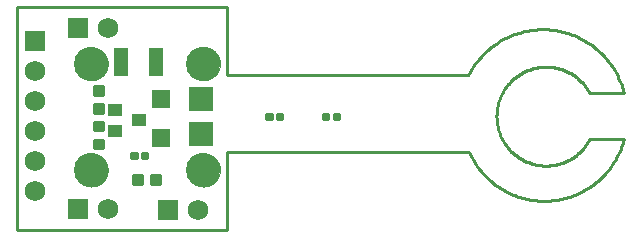
<source format=gts>
G75*
%MOIN*%
%OFA0B0*%
%FSLAX25Y25*%
%IPPOS*%
%LPD*%
%AMOC8*
5,1,8,0,0,1.08239X$1,22.5*
%
%ADD10C,0.01000*%
%ADD11C,0.00000*%
%ADD12C,0.11424*%
%ADD13C,0.01450*%
%ADD14R,0.04900X0.09400*%
%ADD15R,0.05900X0.05900*%
%ADD16R,0.04900X0.04400*%
%ADD17C,0.00975*%
%ADD18R,0.08274X0.08274*%
%ADD19C,0.01342*%
%ADD20R,0.06900X0.06900*%
%ADD21C,0.06900*%
D10*
X0061453Y0072391D02*
X0061453Y0146682D01*
X0131532Y0146682D01*
X0131532Y0123847D01*
X0211847Y0123847D01*
X0211846Y0123847D02*
X0212158Y0124451D01*
X0212484Y0125047D01*
X0212825Y0125635D01*
X0213179Y0126214D01*
X0213548Y0126785D01*
X0213931Y0127346D01*
X0214327Y0127898D01*
X0214737Y0128440D01*
X0215159Y0128972D01*
X0215595Y0129494D01*
X0216043Y0130004D01*
X0216504Y0130504D01*
X0216976Y0130992D01*
X0217460Y0131469D01*
X0217956Y0131933D01*
X0218463Y0132386D01*
X0218981Y0132826D01*
X0219509Y0133253D01*
X0220048Y0133667D01*
X0220597Y0134068D01*
X0221155Y0134455D01*
X0221722Y0134828D01*
X0222299Y0135188D01*
X0222884Y0135533D01*
X0223477Y0135865D01*
X0224078Y0136181D01*
X0224687Y0136483D01*
X0225303Y0136770D01*
X0225926Y0137041D01*
X0226555Y0137298D01*
X0227190Y0137539D01*
X0227831Y0137764D01*
X0228477Y0137974D01*
X0229128Y0138168D01*
X0229784Y0138346D01*
X0230444Y0138508D01*
X0231108Y0138653D01*
X0231775Y0138783D01*
X0232445Y0138896D01*
X0233117Y0138993D01*
X0233792Y0139073D01*
X0234468Y0139137D01*
X0235146Y0139185D01*
X0235825Y0139216D01*
X0236504Y0139230D01*
X0237183Y0139228D01*
X0237863Y0139209D01*
X0238541Y0139173D01*
X0239218Y0139121D01*
X0239894Y0139053D01*
X0240569Y0138968D01*
X0241240Y0138867D01*
X0241910Y0138749D01*
X0242576Y0138615D01*
X0243238Y0138465D01*
X0243897Y0138298D01*
X0244551Y0138116D01*
X0245201Y0137918D01*
X0245846Y0137704D01*
X0246486Y0137474D01*
X0247119Y0137229D01*
X0247747Y0136968D01*
X0248368Y0136692D01*
X0248981Y0136401D01*
X0249588Y0136095D01*
X0250187Y0135775D01*
X0250778Y0135440D01*
X0251361Y0135090D01*
X0251935Y0134727D01*
X0252500Y0134349D01*
X0253056Y0133958D01*
X0253602Y0133554D01*
X0254137Y0133136D01*
X0254663Y0132706D01*
X0255178Y0132262D01*
X0255682Y0131806D01*
X0256174Y0131339D01*
X0256655Y0130859D01*
X0257125Y0130367D01*
X0257582Y0129865D01*
X0258026Y0129351D01*
X0258458Y0128827D01*
X0258877Y0128292D01*
X0259283Y0127747D01*
X0259676Y0127192D01*
X0260055Y0126628D01*
X0260420Y0126055D01*
X0260771Y0125474D01*
X0261107Y0124883D01*
X0261429Y0124285D01*
X0261737Y0123679D01*
X0262029Y0123066D01*
X0262307Y0122446D01*
X0262569Y0121819D01*
X0262816Y0121186D01*
X0263048Y0120547D01*
X0263263Y0119903D01*
X0263463Y0119254D01*
X0263647Y0118600D01*
X0263815Y0117941D01*
X0263816Y0117942D02*
X0252398Y0117942D01*
X0252205Y0118296D01*
X0252005Y0118646D01*
X0251795Y0118990D01*
X0251577Y0119330D01*
X0251351Y0119663D01*
X0251117Y0119992D01*
X0250875Y0120314D01*
X0250625Y0120630D01*
X0250367Y0120940D01*
X0250102Y0121244D01*
X0249830Y0121541D01*
X0249550Y0121832D01*
X0249264Y0122115D01*
X0248970Y0122391D01*
X0248670Y0122661D01*
X0248363Y0122922D01*
X0248050Y0123176D01*
X0247731Y0123423D01*
X0247406Y0123661D01*
X0247075Y0123891D01*
X0246739Y0124114D01*
X0246397Y0124328D01*
X0246050Y0124533D01*
X0245698Y0124730D01*
X0245342Y0124918D01*
X0244981Y0125098D01*
X0244616Y0125268D01*
X0244246Y0125430D01*
X0243873Y0125582D01*
X0243496Y0125726D01*
X0243116Y0125860D01*
X0242733Y0125985D01*
X0242346Y0126100D01*
X0241957Y0126206D01*
X0241566Y0126302D01*
X0241172Y0126388D01*
X0240776Y0126465D01*
X0240379Y0126533D01*
X0239980Y0126590D01*
X0239579Y0126638D01*
X0239178Y0126676D01*
X0238776Y0126704D01*
X0238373Y0126722D01*
X0237970Y0126730D01*
X0237567Y0126729D01*
X0237164Y0126717D01*
X0236761Y0126696D01*
X0236359Y0126665D01*
X0235958Y0126624D01*
X0235558Y0126573D01*
X0235160Y0126513D01*
X0234763Y0126443D01*
X0234368Y0126363D01*
X0233975Y0126273D01*
X0233584Y0126174D01*
X0233196Y0126065D01*
X0232810Y0125947D01*
X0232428Y0125819D01*
X0232049Y0125682D01*
X0231673Y0125536D01*
X0231301Y0125381D01*
X0230933Y0125216D01*
X0230569Y0125043D01*
X0230209Y0124861D01*
X0229854Y0124670D01*
X0229504Y0124470D01*
X0229159Y0124262D01*
X0228819Y0124046D01*
X0228484Y0123821D01*
X0228155Y0123588D01*
X0227832Y0123347D01*
X0227514Y0123098D01*
X0227203Y0122842D01*
X0226898Y0122578D01*
X0226600Y0122307D01*
X0226309Y0122028D01*
X0226024Y0121742D01*
X0225747Y0121450D01*
X0225477Y0121151D01*
X0225214Y0120845D01*
X0224959Y0120533D01*
X0224711Y0120215D01*
X0224471Y0119891D01*
X0224240Y0119561D01*
X0224016Y0119225D01*
X0223801Y0118884D01*
X0223594Y0118538D01*
X0223396Y0118187D01*
X0223206Y0117831D01*
X0223026Y0117471D01*
X0222854Y0117106D01*
X0222691Y0116738D01*
X0222537Y0116365D01*
X0222392Y0115989D01*
X0222256Y0115609D01*
X0222130Y0115226D01*
X0222013Y0114840D01*
X0221906Y0114452D01*
X0221808Y0114061D01*
X0221720Y0113667D01*
X0221642Y0113272D01*
X0221573Y0112874D01*
X0221514Y0112476D01*
X0221465Y0112076D01*
X0221425Y0111674D01*
X0221396Y0111272D01*
X0221376Y0110870D01*
X0221366Y0110467D01*
X0221366Y0110063D01*
X0221376Y0109660D01*
X0221396Y0109258D01*
X0221425Y0108856D01*
X0221465Y0108454D01*
X0221514Y0108054D01*
X0221573Y0107656D01*
X0221642Y0107258D01*
X0221720Y0106863D01*
X0221808Y0106469D01*
X0221906Y0106078D01*
X0222013Y0105690D01*
X0222130Y0105304D01*
X0222256Y0104921D01*
X0222392Y0104541D01*
X0222537Y0104165D01*
X0222691Y0103792D01*
X0222854Y0103424D01*
X0223026Y0103059D01*
X0223206Y0102699D01*
X0223396Y0102343D01*
X0223594Y0101992D01*
X0223801Y0101646D01*
X0224016Y0101305D01*
X0224240Y0100969D01*
X0224471Y0100639D01*
X0224711Y0100315D01*
X0224959Y0099997D01*
X0225214Y0099685D01*
X0225477Y0099379D01*
X0225747Y0099080D01*
X0226024Y0098788D01*
X0226309Y0098502D01*
X0226600Y0098223D01*
X0226898Y0097952D01*
X0227203Y0097688D01*
X0227514Y0097432D01*
X0227832Y0097183D01*
X0228155Y0096942D01*
X0228484Y0096709D01*
X0228819Y0096484D01*
X0229159Y0096268D01*
X0229504Y0096060D01*
X0229854Y0095860D01*
X0230209Y0095669D01*
X0230569Y0095487D01*
X0230933Y0095314D01*
X0231301Y0095149D01*
X0231673Y0094994D01*
X0232049Y0094848D01*
X0232428Y0094711D01*
X0232810Y0094583D01*
X0233196Y0094465D01*
X0233584Y0094356D01*
X0233975Y0094257D01*
X0234368Y0094167D01*
X0234763Y0094087D01*
X0235160Y0094017D01*
X0235558Y0093957D01*
X0235958Y0093906D01*
X0236359Y0093865D01*
X0236761Y0093834D01*
X0237164Y0093813D01*
X0237567Y0093801D01*
X0237970Y0093800D01*
X0238373Y0093808D01*
X0238776Y0093826D01*
X0239178Y0093854D01*
X0239579Y0093892D01*
X0239980Y0093940D01*
X0240379Y0093997D01*
X0240776Y0094065D01*
X0241172Y0094142D01*
X0241566Y0094228D01*
X0241957Y0094324D01*
X0242346Y0094430D01*
X0242733Y0094545D01*
X0243116Y0094670D01*
X0243496Y0094804D01*
X0243873Y0094948D01*
X0244246Y0095100D01*
X0244616Y0095262D01*
X0244981Y0095432D01*
X0245342Y0095612D01*
X0245698Y0095800D01*
X0246050Y0095997D01*
X0246397Y0096202D01*
X0246739Y0096416D01*
X0247075Y0096639D01*
X0247406Y0096869D01*
X0247731Y0097107D01*
X0248050Y0097354D01*
X0248363Y0097608D01*
X0248670Y0097869D01*
X0248970Y0098139D01*
X0249264Y0098415D01*
X0249550Y0098698D01*
X0249830Y0098989D01*
X0250102Y0099286D01*
X0250367Y0099590D01*
X0250625Y0099900D01*
X0250875Y0100216D01*
X0251117Y0100538D01*
X0251351Y0100867D01*
X0251577Y0101200D01*
X0251795Y0101540D01*
X0252005Y0101884D01*
X0252205Y0102234D01*
X0252398Y0102588D01*
X0252398Y0102548D02*
X0263737Y0102587D01*
X0263815Y0102587D02*
X0263639Y0101941D01*
X0263447Y0101299D01*
X0263239Y0100663D01*
X0263016Y0100031D01*
X0262778Y0099405D01*
X0262524Y0098786D01*
X0262256Y0098172D01*
X0261972Y0097566D01*
X0261674Y0096966D01*
X0261361Y0096374D01*
X0261034Y0095790D01*
X0260693Y0095214D01*
X0260337Y0094646D01*
X0259968Y0094087D01*
X0259586Y0093538D01*
X0259190Y0092998D01*
X0258781Y0092467D01*
X0258359Y0091947D01*
X0257925Y0091438D01*
X0257478Y0090939D01*
X0257019Y0090451D01*
X0256549Y0089974D01*
X0256067Y0089509D01*
X0255574Y0089056D01*
X0255070Y0088616D01*
X0254555Y0088187D01*
X0254030Y0087771D01*
X0253495Y0087369D01*
X0252950Y0086979D01*
X0252396Y0086603D01*
X0251833Y0086240D01*
X0251262Y0085892D01*
X0250682Y0085557D01*
X0250094Y0085237D01*
X0249498Y0084931D01*
X0248895Y0084640D01*
X0248285Y0084363D01*
X0247669Y0084102D01*
X0247046Y0083855D01*
X0246417Y0083624D01*
X0245783Y0083409D01*
X0245144Y0083208D01*
X0244501Y0083024D01*
X0243853Y0082855D01*
X0243201Y0082702D01*
X0242545Y0082566D01*
X0241886Y0082445D01*
X0241225Y0082340D01*
X0240561Y0082252D01*
X0239896Y0082179D01*
X0239228Y0082123D01*
X0238560Y0082083D01*
X0237891Y0082060D01*
X0237221Y0082053D01*
X0236551Y0082062D01*
X0235882Y0082088D01*
X0235214Y0082130D01*
X0234547Y0082188D01*
X0233881Y0082263D01*
X0233218Y0082354D01*
X0232557Y0082460D01*
X0231899Y0082583D01*
X0231244Y0082723D01*
X0230592Y0082878D01*
X0229945Y0083048D01*
X0229302Y0083235D01*
X0228663Y0083437D01*
X0228030Y0083655D01*
X0227402Y0083888D01*
X0226780Y0084137D01*
X0226165Y0084400D01*
X0225556Y0084679D01*
X0224954Y0084972D01*
X0224359Y0085280D01*
X0223772Y0085602D01*
X0223193Y0085939D01*
X0222623Y0086289D01*
X0222061Y0086654D01*
X0221508Y0087032D01*
X0220965Y0087423D01*
X0220431Y0087828D01*
X0219908Y0088245D01*
X0219394Y0088675D01*
X0218892Y0089118D01*
X0218400Y0089572D01*
X0217920Y0090039D01*
X0217451Y0090517D01*
X0216994Y0091006D01*
X0216549Y0091507D01*
X0216116Y0092018D01*
X0215696Y0092540D01*
X0215289Y0093071D01*
X0214895Y0093613D01*
X0214514Y0094163D01*
X0214147Y0094723D01*
X0213794Y0095292D01*
X0213454Y0095870D01*
X0213129Y0096455D01*
X0212818Y0097048D01*
X0212522Y0097649D01*
X0212240Y0098256D01*
X0211847Y0098257D02*
X0131532Y0098257D01*
X0131532Y0072391D01*
X0061453Y0072391D01*
D11*
X0080745Y0092351D02*
X0080747Y0092499D01*
X0080753Y0092647D01*
X0080763Y0092795D01*
X0080777Y0092942D01*
X0080795Y0093089D01*
X0080816Y0093235D01*
X0080842Y0093381D01*
X0080872Y0093526D01*
X0080905Y0093670D01*
X0080943Y0093813D01*
X0080984Y0093955D01*
X0081029Y0094096D01*
X0081077Y0094236D01*
X0081130Y0094375D01*
X0081186Y0094512D01*
X0081246Y0094647D01*
X0081309Y0094781D01*
X0081376Y0094913D01*
X0081447Y0095043D01*
X0081521Y0095171D01*
X0081598Y0095297D01*
X0081679Y0095421D01*
X0081763Y0095543D01*
X0081850Y0095662D01*
X0081941Y0095779D01*
X0082035Y0095894D01*
X0082131Y0096006D01*
X0082231Y0096116D01*
X0082333Y0096222D01*
X0082439Y0096326D01*
X0082547Y0096427D01*
X0082658Y0096525D01*
X0082771Y0096621D01*
X0082887Y0096713D01*
X0083005Y0096802D01*
X0083126Y0096887D01*
X0083249Y0096970D01*
X0083374Y0097049D01*
X0083501Y0097125D01*
X0083630Y0097197D01*
X0083761Y0097266D01*
X0083894Y0097331D01*
X0084029Y0097392D01*
X0084165Y0097450D01*
X0084302Y0097505D01*
X0084441Y0097555D01*
X0084582Y0097602D01*
X0084723Y0097645D01*
X0084866Y0097685D01*
X0085010Y0097720D01*
X0085154Y0097752D01*
X0085300Y0097779D01*
X0085446Y0097803D01*
X0085593Y0097823D01*
X0085740Y0097839D01*
X0085887Y0097851D01*
X0086035Y0097859D01*
X0086183Y0097863D01*
X0086331Y0097863D01*
X0086479Y0097859D01*
X0086627Y0097851D01*
X0086774Y0097839D01*
X0086921Y0097823D01*
X0087068Y0097803D01*
X0087214Y0097779D01*
X0087360Y0097752D01*
X0087504Y0097720D01*
X0087648Y0097685D01*
X0087791Y0097645D01*
X0087932Y0097602D01*
X0088073Y0097555D01*
X0088212Y0097505D01*
X0088349Y0097450D01*
X0088485Y0097392D01*
X0088620Y0097331D01*
X0088753Y0097266D01*
X0088884Y0097197D01*
X0089013Y0097125D01*
X0089140Y0097049D01*
X0089265Y0096970D01*
X0089388Y0096887D01*
X0089509Y0096802D01*
X0089627Y0096713D01*
X0089743Y0096621D01*
X0089856Y0096525D01*
X0089967Y0096427D01*
X0090075Y0096326D01*
X0090181Y0096222D01*
X0090283Y0096116D01*
X0090383Y0096006D01*
X0090479Y0095894D01*
X0090573Y0095779D01*
X0090664Y0095662D01*
X0090751Y0095543D01*
X0090835Y0095421D01*
X0090916Y0095297D01*
X0090993Y0095171D01*
X0091067Y0095043D01*
X0091138Y0094913D01*
X0091205Y0094781D01*
X0091268Y0094647D01*
X0091328Y0094512D01*
X0091384Y0094375D01*
X0091437Y0094236D01*
X0091485Y0094096D01*
X0091530Y0093955D01*
X0091571Y0093813D01*
X0091609Y0093670D01*
X0091642Y0093526D01*
X0091672Y0093381D01*
X0091698Y0093235D01*
X0091719Y0093089D01*
X0091737Y0092942D01*
X0091751Y0092795D01*
X0091761Y0092647D01*
X0091767Y0092499D01*
X0091769Y0092351D01*
X0091767Y0092203D01*
X0091761Y0092055D01*
X0091751Y0091907D01*
X0091737Y0091760D01*
X0091719Y0091613D01*
X0091698Y0091467D01*
X0091672Y0091321D01*
X0091642Y0091176D01*
X0091609Y0091032D01*
X0091571Y0090889D01*
X0091530Y0090747D01*
X0091485Y0090606D01*
X0091437Y0090466D01*
X0091384Y0090327D01*
X0091328Y0090190D01*
X0091268Y0090055D01*
X0091205Y0089921D01*
X0091138Y0089789D01*
X0091067Y0089659D01*
X0090993Y0089531D01*
X0090916Y0089405D01*
X0090835Y0089281D01*
X0090751Y0089159D01*
X0090664Y0089040D01*
X0090573Y0088923D01*
X0090479Y0088808D01*
X0090383Y0088696D01*
X0090283Y0088586D01*
X0090181Y0088480D01*
X0090075Y0088376D01*
X0089967Y0088275D01*
X0089856Y0088177D01*
X0089743Y0088081D01*
X0089627Y0087989D01*
X0089509Y0087900D01*
X0089388Y0087815D01*
X0089265Y0087732D01*
X0089140Y0087653D01*
X0089013Y0087577D01*
X0088884Y0087505D01*
X0088753Y0087436D01*
X0088620Y0087371D01*
X0088485Y0087310D01*
X0088349Y0087252D01*
X0088212Y0087197D01*
X0088073Y0087147D01*
X0087932Y0087100D01*
X0087791Y0087057D01*
X0087648Y0087017D01*
X0087504Y0086982D01*
X0087360Y0086950D01*
X0087214Y0086923D01*
X0087068Y0086899D01*
X0086921Y0086879D01*
X0086774Y0086863D01*
X0086627Y0086851D01*
X0086479Y0086843D01*
X0086331Y0086839D01*
X0086183Y0086839D01*
X0086035Y0086843D01*
X0085887Y0086851D01*
X0085740Y0086863D01*
X0085593Y0086879D01*
X0085446Y0086899D01*
X0085300Y0086923D01*
X0085154Y0086950D01*
X0085010Y0086982D01*
X0084866Y0087017D01*
X0084723Y0087057D01*
X0084582Y0087100D01*
X0084441Y0087147D01*
X0084302Y0087197D01*
X0084165Y0087252D01*
X0084029Y0087310D01*
X0083894Y0087371D01*
X0083761Y0087436D01*
X0083630Y0087505D01*
X0083501Y0087577D01*
X0083374Y0087653D01*
X0083249Y0087732D01*
X0083126Y0087815D01*
X0083005Y0087900D01*
X0082887Y0087989D01*
X0082771Y0088081D01*
X0082658Y0088177D01*
X0082547Y0088275D01*
X0082439Y0088376D01*
X0082333Y0088480D01*
X0082231Y0088586D01*
X0082131Y0088696D01*
X0082035Y0088808D01*
X0081941Y0088923D01*
X0081850Y0089040D01*
X0081763Y0089159D01*
X0081679Y0089281D01*
X0081598Y0089405D01*
X0081521Y0089531D01*
X0081447Y0089659D01*
X0081376Y0089789D01*
X0081309Y0089921D01*
X0081246Y0090055D01*
X0081186Y0090190D01*
X0081130Y0090327D01*
X0081077Y0090466D01*
X0081029Y0090606D01*
X0080984Y0090747D01*
X0080943Y0090889D01*
X0080905Y0091032D01*
X0080872Y0091176D01*
X0080842Y0091321D01*
X0080816Y0091467D01*
X0080795Y0091613D01*
X0080777Y0091760D01*
X0080763Y0091907D01*
X0080753Y0092055D01*
X0080747Y0092203D01*
X0080745Y0092351D01*
X0118146Y0092351D02*
X0118148Y0092499D01*
X0118154Y0092647D01*
X0118164Y0092795D01*
X0118178Y0092942D01*
X0118196Y0093089D01*
X0118217Y0093235D01*
X0118243Y0093381D01*
X0118273Y0093526D01*
X0118306Y0093670D01*
X0118344Y0093813D01*
X0118385Y0093955D01*
X0118430Y0094096D01*
X0118478Y0094236D01*
X0118531Y0094375D01*
X0118587Y0094512D01*
X0118647Y0094647D01*
X0118710Y0094781D01*
X0118777Y0094913D01*
X0118848Y0095043D01*
X0118922Y0095171D01*
X0118999Y0095297D01*
X0119080Y0095421D01*
X0119164Y0095543D01*
X0119251Y0095662D01*
X0119342Y0095779D01*
X0119436Y0095894D01*
X0119532Y0096006D01*
X0119632Y0096116D01*
X0119734Y0096222D01*
X0119840Y0096326D01*
X0119948Y0096427D01*
X0120059Y0096525D01*
X0120172Y0096621D01*
X0120288Y0096713D01*
X0120406Y0096802D01*
X0120527Y0096887D01*
X0120650Y0096970D01*
X0120775Y0097049D01*
X0120902Y0097125D01*
X0121031Y0097197D01*
X0121162Y0097266D01*
X0121295Y0097331D01*
X0121430Y0097392D01*
X0121566Y0097450D01*
X0121703Y0097505D01*
X0121842Y0097555D01*
X0121983Y0097602D01*
X0122124Y0097645D01*
X0122267Y0097685D01*
X0122411Y0097720D01*
X0122555Y0097752D01*
X0122701Y0097779D01*
X0122847Y0097803D01*
X0122994Y0097823D01*
X0123141Y0097839D01*
X0123288Y0097851D01*
X0123436Y0097859D01*
X0123584Y0097863D01*
X0123732Y0097863D01*
X0123880Y0097859D01*
X0124028Y0097851D01*
X0124175Y0097839D01*
X0124322Y0097823D01*
X0124469Y0097803D01*
X0124615Y0097779D01*
X0124761Y0097752D01*
X0124905Y0097720D01*
X0125049Y0097685D01*
X0125192Y0097645D01*
X0125333Y0097602D01*
X0125474Y0097555D01*
X0125613Y0097505D01*
X0125750Y0097450D01*
X0125886Y0097392D01*
X0126021Y0097331D01*
X0126154Y0097266D01*
X0126285Y0097197D01*
X0126414Y0097125D01*
X0126541Y0097049D01*
X0126666Y0096970D01*
X0126789Y0096887D01*
X0126910Y0096802D01*
X0127028Y0096713D01*
X0127144Y0096621D01*
X0127257Y0096525D01*
X0127368Y0096427D01*
X0127476Y0096326D01*
X0127582Y0096222D01*
X0127684Y0096116D01*
X0127784Y0096006D01*
X0127880Y0095894D01*
X0127974Y0095779D01*
X0128065Y0095662D01*
X0128152Y0095543D01*
X0128236Y0095421D01*
X0128317Y0095297D01*
X0128394Y0095171D01*
X0128468Y0095043D01*
X0128539Y0094913D01*
X0128606Y0094781D01*
X0128669Y0094647D01*
X0128729Y0094512D01*
X0128785Y0094375D01*
X0128838Y0094236D01*
X0128886Y0094096D01*
X0128931Y0093955D01*
X0128972Y0093813D01*
X0129010Y0093670D01*
X0129043Y0093526D01*
X0129073Y0093381D01*
X0129099Y0093235D01*
X0129120Y0093089D01*
X0129138Y0092942D01*
X0129152Y0092795D01*
X0129162Y0092647D01*
X0129168Y0092499D01*
X0129170Y0092351D01*
X0129168Y0092203D01*
X0129162Y0092055D01*
X0129152Y0091907D01*
X0129138Y0091760D01*
X0129120Y0091613D01*
X0129099Y0091467D01*
X0129073Y0091321D01*
X0129043Y0091176D01*
X0129010Y0091032D01*
X0128972Y0090889D01*
X0128931Y0090747D01*
X0128886Y0090606D01*
X0128838Y0090466D01*
X0128785Y0090327D01*
X0128729Y0090190D01*
X0128669Y0090055D01*
X0128606Y0089921D01*
X0128539Y0089789D01*
X0128468Y0089659D01*
X0128394Y0089531D01*
X0128317Y0089405D01*
X0128236Y0089281D01*
X0128152Y0089159D01*
X0128065Y0089040D01*
X0127974Y0088923D01*
X0127880Y0088808D01*
X0127784Y0088696D01*
X0127684Y0088586D01*
X0127582Y0088480D01*
X0127476Y0088376D01*
X0127368Y0088275D01*
X0127257Y0088177D01*
X0127144Y0088081D01*
X0127028Y0087989D01*
X0126910Y0087900D01*
X0126789Y0087815D01*
X0126666Y0087732D01*
X0126541Y0087653D01*
X0126414Y0087577D01*
X0126285Y0087505D01*
X0126154Y0087436D01*
X0126021Y0087371D01*
X0125886Y0087310D01*
X0125750Y0087252D01*
X0125613Y0087197D01*
X0125474Y0087147D01*
X0125333Y0087100D01*
X0125192Y0087057D01*
X0125049Y0087017D01*
X0124905Y0086982D01*
X0124761Y0086950D01*
X0124615Y0086923D01*
X0124469Y0086899D01*
X0124322Y0086879D01*
X0124175Y0086863D01*
X0124028Y0086851D01*
X0123880Y0086843D01*
X0123732Y0086839D01*
X0123584Y0086839D01*
X0123436Y0086843D01*
X0123288Y0086851D01*
X0123141Y0086863D01*
X0122994Y0086879D01*
X0122847Y0086899D01*
X0122701Y0086923D01*
X0122555Y0086950D01*
X0122411Y0086982D01*
X0122267Y0087017D01*
X0122124Y0087057D01*
X0121983Y0087100D01*
X0121842Y0087147D01*
X0121703Y0087197D01*
X0121566Y0087252D01*
X0121430Y0087310D01*
X0121295Y0087371D01*
X0121162Y0087436D01*
X0121031Y0087505D01*
X0120902Y0087577D01*
X0120775Y0087653D01*
X0120650Y0087732D01*
X0120527Y0087815D01*
X0120406Y0087900D01*
X0120288Y0087989D01*
X0120172Y0088081D01*
X0120059Y0088177D01*
X0119948Y0088275D01*
X0119840Y0088376D01*
X0119734Y0088480D01*
X0119632Y0088586D01*
X0119532Y0088696D01*
X0119436Y0088808D01*
X0119342Y0088923D01*
X0119251Y0089040D01*
X0119164Y0089159D01*
X0119080Y0089281D01*
X0118999Y0089405D01*
X0118922Y0089531D01*
X0118848Y0089659D01*
X0118777Y0089789D01*
X0118710Y0089921D01*
X0118647Y0090055D01*
X0118587Y0090190D01*
X0118531Y0090327D01*
X0118478Y0090466D01*
X0118430Y0090606D01*
X0118385Y0090747D01*
X0118344Y0090889D01*
X0118306Y0091032D01*
X0118273Y0091176D01*
X0118243Y0091321D01*
X0118217Y0091467D01*
X0118196Y0091613D01*
X0118178Y0091760D01*
X0118164Y0091907D01*
X0118154Y0092055D01*
X0118148Y0092203D01*
X0118146Y0092351D01*
X0118146Y0127784D02*
X0118148Y0127932D01*
X0118154Y0128080D01*
X0118164Y0128228D01*
X0118178Y0128375D01*
X0118196Y0128522D01*
X0118217Y0128668D01*
X0118243Y0128814D01*
X0118273Y0128959D01*
X0118306Y0129103D01*
X0118344Y0129246D01*
X0118385Y0129388D01*
X0118430Y0129529D01*
X0118478Y0129669D01*
X0118531Y0129808D01*
X0118587Y0129945D01*
X0118647Y0130080D01*
X0118710Y0130214D01*
X0118777Y0130346D01*
X0118848Y0130476D01*
X0118922Y0130604D01*
X0118999Y0130730D01*
X0119080Y0130854D01*
X0119164Y0130976D01*
X0119251Y0131095D01*
X0119342Y0131212D01*
X0119436Y0131327D01*
X0119532Y0131439D01*
X0119632Y0131549D01*
X0119734Y0131655D01*
X0119840Y0131759D01*
X0119948Y0131860D01*
X0120059Y0131958D01*
X0120172Y0132054D01*
X0120288Y0132146D01*
X0120406Y0132235D01*
X0120527Y0132320D01*
X0120650Y0132403D01*
X0120775Y0132482D01*
X0120902Y0132558D01*
X0121031Y0132630D01*
X0121162Y0132699D01*
X0121295Y0132764D01*
X0121430Y0132825D01*
X0121566Y0132883D01*
X0121703Y0132938D01*
X0121842Y0132988D01*
X0121983Y0133035D01*
X0122124Y0133078D01*
X0122267Y0133118D01*
X0122411Y0133153D01*
X0122555Y0133185D01*
X0122701Y0133212D01*
X0122847Y0133236D01*
X0122994Y0133256D01*
X0123141Y0133272D01*
X0123288Y0133284D01*
X0123436Y0133292D01*
X0123584Y0133296D01*
X0123732Y0133296D01*
X0123880Y0133292D01*
X0124028Y0133284D01*
X0124175Y0133272D01*
X0124322Y0133256D01*
X0124469Y0133236D01*
X0124615Y0133212D01*
X0124761Y0133185D01*
X0124905Y0133153D01*
X0125049Y0133118D01*
X0125192Y0133078D01*
X0125333Y0133035D01*
X0125474Y0132988D01*
X0125613Y0132938D01*
X0125750Y0132883D01*
X0125886Y0132825D01*
X0126021Y0132764D01*
X0126154Y0132699D01*
X0126285Y0132630D01*
X0126414Y0132558D01*
X0126541Y0132482D01*
X0126666Y0132403D01*
X0126789Y0132320D01*
X0126910Y0132235D01*
X0127028Y0132146D01*
X0127144Y0132054D01*
X0127257Y0131958D01*
X0127368Y0131860D01*
X0127476Y0131759D01*
X0127582Y0131655D01*
X0127684Y0131549D01*
X0127784Y0131439D01*
X0127880Y0131327D01*
X0127974Y0131212D01*
X0128065Y0131095D01*
X0128152Y0130976D01*
X0128236Y0130854D01*
X0128317Y0130730D01*
X0128394Y0130604D01*
X0128468Y0130476D01*
X0128539Y0130346D01*
X0128606Y0130214D01*
X0128669Y0130080D01*
X0128729Y0129945D01*
X0128785Y0129808D01*
X0128838Y0129669D01*
X0128886Y0129529D01*
X0128931Y0129388D01*
X0128972Y0129246D01*
X0129010Y0129103D01*
X0129043Y0128959D01*
X0129073Y0128814D01*
X0129099Y0128668D01*
X0129120Y0128522D01*
X0129138Y0128375D01*
X0129152Y0128228D01*
X0129162Y0128080D01*
X0129168Y0127932D01*
X0129170Y0127784D01*
X0129168Y0127636D01*
X0129162Y0127488D01*
X0129152Y0127340D01*
X0129138Y0127193D01*
X0129120Y0127046D01*
X0129099Y0126900D01*
X0129073Y0126754D01*
X0129043Y0126609D01*
X0129010Y0126465D01*
X0128972Y0126322D01*
X0128931Y0126180D01*
X0128886Y0126039D01*
X0128838Y0125899D01*
X0128785Y0125760D01*
X0128729Y0125623D01*
X0128669Y0125488D01*
X0128606Y0125354D01*
X0128539Y0125222D01*
X0128468Y0125092D01*
X0128394Y0124964D01*
X0128317Y0124838D01*
X0128236Y0124714D01*
X0128152Y0124592D01*
X0128065Y0124473D01*
X0127974Y0124356D01*
X0127880Y0124241D01*
X0127784Y0124129D01*
X0127684Y0124019D01*
X0127582Y0123913D01*
X0127476Y0123809D01*
X0127368Y0123708D01*
X0127257Y0123610D01*
X0127144Y0123514D01*
X0127028Y0123422D01*
X0126910Y0123333D01*
X0126789Y0123248D01*
X0126666Y0123165D01*
X0126541Y0123086D01*
X0126414Y0123010D01*
X0126285Y0122938D01*
X0126154Y0122869D01*
X0126021Y0122804D01*
X0125886Y0122743D01*
X0125750Y0122685D01*
X0125613Y0122630D01*
X0125474Y0122580D01*
X0125333Y0122533D01*
X0125192Y0122490D01*
X0125049Y0122450D01*
X0124905Y0122415D01*
X0124761Y0122383D01*
X0124615Y0122356D01*
X0124469Y0122332D01*
X0124322Y0122312D01*
X0124175Y0122296D01*
X0124028Y0122284D01*
X0123880Y0122276D01*
X0123732Y0122272D01*
X0123584Y0122272D01*
X0123436Y0122276D01*
X0123288Y0122284D01*
X0123141Y0122296D01*
X0122994Y0122312D01*
X0122847Y0122332D01*
X0122701Y0122356D01*
X0122555Y0122383D01*
X0122411Y0122415D01*
X0122267Y0122450D01*
X0122124Y0122490D01*
X0121983Y0122533D01*
X0121842Y0122580D01*
X0121703Y0122630D01*
X0121566Y0122685D01*
X0121430Y0122743D01*
X0121295Y0122804D01*
X0121162Y0122869D01*
X0121031Y0122938D01*
X0120902Y0123010D01*
X0120775Y0123086D01*
X0120650Y0123165D01*
X0120527Y0123248D01*
X0120406Y0123333D01*
X0120288Y0123422D01*
X0120172Y0123514D01*
X0120059Y0123610D01*
X0119948Y0123708D01*
X0119840Y0123809D01*
X0119734Y0123913D01*
X0119632Y0124019D01*
X0119532Y0124129D01*
X0119436Y0124241D01*
X0119342Y0124356D01*
X0119251Y0124473D01*
X0119164Y0124592D01*
X0119080Y0124714D01*
X0118999Y0124838D01*
X0118922Y0124964D01*
X0118848Y0125092D01*
X0118777Y0125222D01*
X0118710Y0125354D01*
X0118647Y0125488D01*
X0118587Y0125623D01*
X0118531Y0125760D01*
X0118478Y0125899D01*
X0118430Y0126039D01*
X0118385Y0126180D01*
X0118344Y0126322D01*
X0118306Y0126465D01*
X0118273Y0126609D01*
X0118243Y0126754D01*
X0118217Y0126900D01*
X0118196Y0127046D01*
X0118178Y0127193D01*
X0118164Y0127340D01*
X0118154Y0127488D01*
X0118148Y0127636D01*
X0118146Y0127784D01*
X0080745Y0127784D02*
X0080747Y0127932D01*
X0080753Y0128080D01*
X0080763Y0128228D01*
X0080777Y0128375D01*
X0080795Y0128522D01*
X0080816Y0128668D01*
X0080842Y0128814D01*
X0080872Y0128959D01*
X0080905Y0129103D01*
X0080943Y0129246D01*
X0080984Y0129388D01*
X0081029Y0129529D01*
X0081077Y0129669D01*
X0081130Y0129808D01*
X0081186Y0129945D01*
X0081246Y0130080D01*
X0081309Y0130214D01*
X0081376Y0130346D01*
X0081447Y0130476D01*
X0081521Y0130604D01*
X0081598Y0130730D01*
X0081679Y0130854D01*
X0081763Y0130976D01*
X0081850Y0131095D01*
X0081941Y0131212D01*
X0082035Y0131327D01*
X0082131Y0131439D01*
X0082231Y0131549D01*
X0082333Y0131655D01*
X0082439Y0131759D01*
X0082547Y0131860D01*
X0082658Y0131958D01*
X0082771Y0132054D01*
X0082887Y0132146D01*
X0083005Y0132235D01*
X0083126Y0132320D01*
X0083249Y0132403D01*
X0083374Y0132482D01*
X0083501Y0132558D01*
X0083630Y0132630D01*
X0083761Y0132699D01*
X0083894Y0132764D01*
X0084029Y0132825D01*
X0084165Y0132883D01*
X0084302Y0132938D01*
X0084441Y0132988D01*
X0084582Y0133035D01*
X0084723Y0133078D01*
X0084866Y0133118D01*
X0085010Y0133153D01*
X0085154Y0133185D01*
X0085300Y0133212D01*
X0085446Y0133236D01*
X0085593Y0133256D01*
X0085740Y0133272D01*
X0085887Y0133284D01*
X0086035Y0133292D01*
X0086183Y0133296D01*
X0086331Y0133296D01*
X0086479Y0133292D01*
X0086627Y0133284D01*
X0086774Y0133272D01*
X0086921Y0133256D01*
X0087068Y0133236D01*
X0087214Y0133212D01*
X0087360Y0133185D01*
X0087504Y0133153D01*
X0087648Y0133118D01*
X0087791Y0133078D01*
X0087932Y0133035D01*
X0088073Y0132988D01*
X0088212Y0132938D01*
X0088349Y0132883D01*
X0088485Y0132825D01*
X0088620Y0132764D01*
X0088753Y0132699D01*
X0088884Y0132630D01*
X0089013Y0132558D01*
X0089140Y0132482D01*
X0089265Y0132403D01*
X0089388Y0132320D01*
X0089509Y0132235D01*
X0089627Y0132146D01*
X0089743Y0132054D01*
X0089856Y0131958D01*
X0089967Y0131860D01*
X0090075Y0131759D01*
X0090181Y0131655D01*
X0090283Y0131549D01*
X0090383Y0131439D01*
X0090479Y0131327D01*
X0090573Y0131212D01*
X0090664Y0131095D01*
X0090751Y0130976D01*
X0090835Y0130854D01*
X0090916Y0130730D01*
X0090993Y0130604D01*
X0091067Y0130476D01*
X0091138Y0130346D01*
X0091205Y0130214D01*
X0091268Y0130080D01*
X0091328Y0129945D01*
X0091384Y0129808D01*
X0091437Y0129669D01*
X0091485Y0129529D01*
X0091530Y0129388D01*
X0091571Y0129246D01*
X0091609Y0129103D01*
X0091642Y0128959D01*
X0091672Y0128814D01*
X0091698Y0128668D01*
X0091719Y0128522D01*
X0091737Y0128375D01*
X0091751Y0128228D01*
X0091761Y0128080D01*
X0091767Y0127932D01*
X0091769Y0127784D01*
X0091767Y0127636D01*
X0091761Y0127488D01*
X0091751Y0127340D01*
X0091737Y0127193D01*
X0091719Y0127046D01*
X0091698Y0126900D01*
X0091672Y0126754D01*
X0091642Y0126609D01*
X0091609Y0126465D01*
X0091571Y0126322D01*
X0091530Y0126180D01*
X0091485Y0126039D01*
X0091437Y0125899D01*
X0091384Y0125760D01*
X0091328Y0125623D01*
X0091268Y0125488D01*
X0091205Y0125354D01*
X0091138Y0125222D01*
X0091067Y0125092D01*
X0090993Y0124964D01*
X0090916Y0124838D01*
X0090835Y0124714D01*
X0090751Y0124592D01*
X0090664Y0124473D01*
X0090573Y0124356D01*
X0090479Y0124241D01*
X0090383Y0124129D01*
X0090283Y0124019D01*
X0090181Y0123913D01*
X0090075Y0123809D01*
X0089967Y0123708D01*
X0089856Y0123610D01*
X0089743Y0123514D01*
X0089627Y0123422D01*
X0089509Y0123333D01*
X0089388Y0123248D01*
X0089265Y0123165D01*
X0089140Y0123086D01*
X0089013Y0123010D01*
X0088884Y0122938D01*
X0088753Y0122869D01*
X0088620Y0122804D01*
X0088485Y0122743D01*
X0088349Y0122685D01*
X0088212Y0122630D01*
X0088073Y0122580D01*
X0087932Y0122533D01*
X0087791Y0122490D01*
X0087648Y0122450D01*
X0087504Y0122415D01*
X0087360Y0122383D01*
X0087214Y0122356D01*
X0087068Y0122332D01*
X0086921Y0122312D01*
X0086774Y0122296D01*
X0086627Y0122284D01*
X0086479Y0122276D01*
X0086331Y0122272D01*
X0086183Y0122272D01*
X0086035Y0122276D01*
X0085887Y0122284D01*
X0085740Y0122296D01*
X0085593Y0122312D01*
X0085446Y0122332D01*
X0085300Y0122356D01*
X0085154Y0122383D01*
X0085010Y0122415D01*
X0084866Y0122450D01*
X0084723Y0122490D01*
X0084582Y0122533D01*
X0084441Y0122580D01*
X0084302Y0122630D01*
X0084165Y0122685D01*
X0084029Y0122743D01*
X0083894Y0122804D01*
X0083761Y0122869D01*
X0083630Y0122938D01*
X0083501Y0123010D01*
X0083374Y0123086D01*
X0083249Y0123165D01*
X0083126Y0123248D01*
X0083005Y0123333D01*
X0082887Y0123422D01*
X0082771Y0123514D01*
X0082658Y0123610D01*
X0082547Y0123708D01*
X0082439Y0123809D01*
X0082333Y0123913D01*
X0082231Y0124019D01*
X0082131Y0124129D01*
X0082035Y0124241D01*
X0081941Y0124356D01*
X0081850Y0124473D01*
X0081763Y0124592D01*
X0081679Y0124714D01*
X0081598Y0124838D01*
X0081521Y0124964D01*
X0081447Y0125092D01*
X0081376Y0125222D01*
X0081309Y0125354D01*
X0081246Y0125488D01*
X0081186Y0125623D01*
X0081130Y0125760D01*
X0081077Y0125899D01*
X0081029Y0126039D01*
X0080984Y0126180D01*
X0080943Y0126322D01*
X0080905Y0126465D01*
X0080872Y0126609D01*
X0080842Y0126754D01*
X0080816Y0126900D01*
X0080795Y0127046D01*
X0080777Y0127193D01*
X0080763Y0127340D01*
X0080753Y0127488D01*
X0080747Y0127636D01*
X0080745Y0127784D01*
D12*
X0086257Y0127784D03*
X0123658Y0127784D03*
X0123658Y0092351D03*
X0086257Y0092351D03*
D13*
X0099953Y0096203D02*
X0101403Y0096203D01*
X0099953Y0096203D02*
X0099953Y0097653D01*
X0101403Y0097653D01*
X0101403Y0096203D01*
X0101403Y0097652D02*
X0099953Y0097652D01*
X0103453Y0096203D02*
X0104903Y0096203D01*
X0103453Y0096203D02*
X0103453Y0097653D01*
X0104903Y0097653D01*
X0104903Y0096203D01*
X0104903Y0097652D02*
X0103453Y0097652D01*
X0144923Y0109343D02*
X0146373Y0109343D01*
X0144923Y0109343D02*
X0144923Y0110793D01*
X0146373Y0110793D01*
X0146373Y0109343D01*
X0146373Y0110792D02*
X0144923Y0110792D01*
X0148423Y0109343D02*
X0149873Y0109343D01*
X0148423Y0109343D02*
X0148423Y0110793D01*
X0149873Y0110793D01*
X0149873Y0109343D01*
X0149873Y0110792D02*
X0148423Y0110792D01*
D14*
X0107814Y0128434D03*
X0096314Y0128434D03*
D15*
X0109406Y0116085D03*
X0109406Y0103085D03*
D16*
X0102333Y0108926D03*
X0094333Y0112426D03*
X0094333Y0105426D03*
D17*
X0090052Y0105552D02*
X0090052Y0108478D01*
X0090052Y0105552D02*
X0087126Y0105552D01*
X0087126Y0108478D01*
X0090052Y0108478D01*
X0090052Y0106526D02*
X0087126Y0106526D01*
X0087126Y0107500D02*
X0090052Y0107500D01*
X0090052Y0108474D02*
X0087126Y0108474D01*
X0090052Y0111333D02*
X0090052Y0114259D01*
X0090052Y0111333D02*
X0087126Y0111333D01*
X0087126Y0114259D01*
X0090052Y0114259D01*
X0090052Y0112307D02*
X0087126Y0112307D01*
X0087126Y0113281D02*
X0090052Y0113281D01*
X0090052Y0114255D02*
X0087126Y0114255D01*
X0090052Y0117333D02*
X0090052Y0120259D01*
X0090052Y0117333D02*
X0087126Y0117333D01*
X0087126Y0120259D01*
X0090052Y0120259D01*
X0090052Y0118307D02*
X0087126Y0118307D01*
X0087126Y0119281D02*
X0090052Y0119281D01*
X0090052Y0120255D02*
X0087126Y0120255D01*
X0090052Y0102478D02*
X0090052Y0099552D01*
X0087126Y0099552D01*
X0087126Y0102478D01*
X0090052Y0102478D01*
X0090052Y0100526D02*
X0087126Y0100526D01*
X0087126Y0101500D02*
X0090052Y0101500D01*
X0090052Y0102474D02*
X0087126Y0102474D01*
X0100179Y0090665D02*
X0103105Y0090665D01*
X0103105Y0087739D01*
X0100179Y0087739D01*
X0100179Y0090665D01*
X0100179Y0088713D02*
X0103105Y0088713D01*
X0103105Y0089687D02*
X0100179Y0089687D01*
X0100179Y0090661D02*
X0103105Y0090661D01*
X0106179Y0090665D02*
X0109105Y0090665D01*
X0109105Y0087739D01*
X0106179Y0087739D01*
X0106179Y0090665D01*
X0106179Y0088713D02*
X0109105Y0088713D01*
X0109105Y0089687D02*
X0106179Y0089687D01*
X0106179Y0090661D02*
X0109105Y0090661D01*
D18*
X0122812Y0104202D03*
X0122812Y0116013D03*
D19*
X0165322Y0110541D02*
X0165322Y0109201D01*
X0163982Y0109201D01*
X0163982Y0110541D01*
X0165322Y0110541D01*
X0169003Y0110541D02*
X0169003Y0109201D01*
X0167663Y0109201D01*
X0167663Y0110541D01*
X0169003Y0110541D01*
D20*
X0111808Y0079162D03*
X0081965Y0079359D03*
X0067477Y0135225D03*
X0082005Y0139713D03*
D21*
X0092005Y0139713D03*
X0067477Y0125225D03*
X0067477Y0115225D03*
X0067477Y0105225D03*
X0067477Y0095225D03*
X0067477Y0085225D03*
X0091965Y0079359D03*
X0121808Y0079162D03*
M02*

</source>
